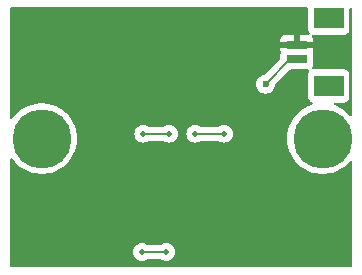
<source format=gbr>
%TF.GenerationSoftware,KiCad,Pcbnew,8.0.2-1*%
%TF.CreationDate,2024-11-11T18:57:46+10:00*%
%TF.ProjectId,ae_emblem_led_pcb,61655f65-6d62-46c6-956d-5f6c65645f70,rev?*%
%TF.SameCoordinates,Original*%
%TF.FileFunction,Copper,L2,Bot*%
%TF.FilePolarity,Positive*%
%FSLAX46Y46*%
G04 Gerber Fmt 4.6, Leading zero omitted, Abs format (unit mm)*
G04 Created by KiCad (PCBNEW 8.0.2-1) date 2024-11-11 18:57:46*
%MOMM*%
%LPD*%
G01*
G04 APERTURE LIST*
%TA.AperFunction,SMDPad,CuDef*%
%ADD10R,1.800000X0.700000*%
%TD*%
%TA.AperFunction,SMDPad,CuDef*%
%ADD11R,2.500000X1.800000*%
%TD*%
%TA.AperFunction,ComponentPad*%
%ADD12C,0.800000*%
%TD*%
%TA.AperFunction,ComponentPad*%
%ADD13C,5.000000*%
%TD*%
%TA.AperFunction,ViaPad*%
%ADD14C,0.600000*%
%TD*%
%TA.AperFunction,ViaPad*%
%ADD15C,0.500000*%
%TD*%
%TA.AperFunction,Conductor*%
%ADD16C,0.200000*%
%TD*%
G04 APERTURE END LIST*
D10*
%TO.P,J1,1,Pin_1*%
%TO.N,GND*%
X154800001Y-74650000D03*
%TO.P,J1,2,Pin_2*%
%TO.N,GPIO21*%
X154800001Y-75900000D03*
D11*
%TO.P,J1,MP*%
%TO.N,N/C*%
X157500000Y-72400000D03*
X157500000Y-78150000D03*
%TD*%
D12*
%TO.P,REF\u002A\u002A,1*%
%TO.N,N/C*%
X155100825Y-82600000D03*
X155650000Y-81274175D03*
X155650000Y-83925825D03*
X156975825Y-80725000D03*
D13*
X156975825Y-82600000D03*
D12*
X156975825Y-84475000D03*
X158301650Y-81274175D03*
X158301650Y-83925825D03*
X158850825Y-82600000D03*
%TD*%
%TO.P,REF\u002A\u002A,1*%
%TO.N,N/C*%
X131325000Y-82600000D03*
X131874175Y-81274175D03*
X131874175Y-83925825D03*
X133200000Y-80725000D03*
D13*
X133200000Y-82600000D03*
D12*
X133200000Y-84475000D03*
X134525825Y-81274175D03*
X134525825Y-83925825D03*
X135075000Y-82600000D03*
%TD*%
D14*
%TO.N,GPIO21*%
X152150000Y-78000000D03*
D15*
X148650000Y-82200000D03*
X143750000Y-92200000D03*
X144000000Y-82200000D03*
X146200000Y-82200000D03*
X141800000Y-82200000D03*
X141700000Y-92200000D03*
%TO.N,GND*%
X139200000Y-85400000D03*
X150540000Y-80550000D03*
X143800000Y-80300000D03*
X143650000Y-73300000D03*
X143900000Y-90500000D03*
X150740000Y-89600000D03*
%TD*%
D16*
%TO.N,GPIO21*%
X143750000Y-92200000D02*
X141700000Y-92200000D01*
X141800000Y-82200000D02*
X144000000Y-82200000D01*
X148650000Y-82200000D02*
X146200000Y-82200000D01*
X154800001Y-75900000D02*
X154250000Y-75900000D01*
X154250000Y-75900000D02*
X152150000Y-78000000D01*
%TD*%
%TA.AperFunction,Conductor*%
%TO.N,GND*%
G36*
X155692539Y-71520185D02*
G01*
X155738294Y-71572989D01*
X155749500Y-71624500D01*
X155749500Y-73347870D01*
X155749501Y-73347876D01*
X155755908Y-73407483D01*
X155806202Y-73542328D01*
X155806204Y-73542331D01*
X155850648Y-73601700D01*
X155875066Y-73667165D01*
X155860215Y-73735438D01*
X155810810Y-73784844D01*
X155751150Y-73798439D01*
X155751150Y-73800000D01*
X155050001Y-73800000D01*
X155050001Y-74400000D01*
X156200001Y-74400000D01*
X156200001Y-74252172D01*
X156200000Y-74252155D01*
X156193599Y-74192627D01*
X156193597Y-74192620D01*
X156143355Y-74057913D01*
X156143353Y-74057910D01*
X156099094Y-73998788D01*
X156074676Y-73933324D01*
X156089527Y-73865051D01*
X156138932Y-73815645D01*
X156198806Y-73802065D01*
X156198806Y-73800500D01*
X156202126Y-73800499D01*
X156202127Y-73800500D01*
X158797872Y-73800499D01*
X158857483Y-73794091D01*
X158992331Y-73743796D01*
X159107546Y-73657546D01*
X159193796Y-73542331D01*
X159244091Y-73407483D01*
X159250500Y-73347873D01*
X159250499Y-71624499D01*
X159270184Y-71557461D01*
X159322987Y-71511706D01*
X159374499Y-71500500D01*
X159375500Y-71500500D01*
X159442539Y-71520185D01*
X159488294Y-71572989D01*
X159499500Y-71624500D01*
X159499500Y-80591050D01*
X159479815Y-80658089D01*
X159427011Y-80703844D01*
X159357853Y-80713788D01*
X159294297Y-80684763D01*
X159280516Y-80670762D01*
X159278238Y-80668048D01*
X159205594Y-80591050D01*
X159038383Y-80413817D01*
X158890313Y-80289572D01*
X158770638Y-80189152D01*
X158770630Y-80189146D01*
X158478621Y-79997088D01*
X158166283Y-79840226D01*
X158166277Y-79840223D01*
X158031095Y-79791021D01*
X157974831Y-79749595D01*
X157949895Y-79684326D01*
X157964205Y-79615937D01*
X158013217Y-79566142D01*
X158073503Y-79550499D01*
X158797872Y-79550499D01*
X158857483Y-79544091D01*
X158992331Y-79493796D01*
X159107546Y-79407546D01*
X159193796Y-79292331D01*
X159244091Y-79157483D01*
X159250500Y-79097873D01*
X159250499Y-77202128D01*
X159244091Y-77142517D01*
X159193796Y-77007669D01*
X159193795Y-77007668D01*
X159193793Y-77007664D01*
X159107547Y-76892455D01*
X159107544Y-76892452D01*
X158992335Y-76806206D01*
X158992328Y-76806202D01*
X158857482Y-76755908D01*
X158857483Y-76755908D01*
X158797883Y-76749501D01*
X158797881Y-76749500D01*
X158797873Y-76749500D01*
X158797865Y-76749500D01*
X156199001Y-76749500D01*
X156131962Y-76729815D01*
X156086207Y-76677011D01*
X156076263Y-76607853D01*
X156099734Y-76551191D01*
X156143797Y-76492331D01*
X156194092Y-76357483D01*
X156200501Y-76297873D01*
X156200500Y-75502128D01*
X156194092Y-75442517D01*
X156147506Y-75317615D01*
X156142523Y-75247927D01*
X156147507Y-75230951D01*
X156193598Y-75107376D01*
X156193599Y-75107372D01*
X156200000Y-75047844D01*
X156200001Y-75047827D01*
X156200001Y-74900000D01*
X153400001Y-74900000D01*
X153400001Y-75047844D01*
X153406402Y-75107372D01*
X153406404Y-75107380D01*
X153452493Y-75230952D01*
X153457477Y-75300644D01*
X153452493Y-75317617D01*
X153405910Y-75442514D01*
X153405909Y-75442516D01*
X153399502Y-75502116D01*
X153399502Y-75502123D01*
X153399501Y-75502135D01*
X153399501Y-75849901D01*
X153379816Y-75916940D01*
X153363182Y-75937582D01*
X152131465Y-77169298D01*
X152070142Y-77202783D01*
X152057668Y-77204837D01*
X151970750Y-77214630D01*
X151800478Y-77274210D01*
X151647737Y-77370184D01*
X151520184Y-77497737D01*
X151424211Y-77650476D01*
X151364631Y-77820745D01*
X151364630Y-77820750D01*
X151344435Y-77999996D01*
X151344435Y-78000003D01*
X151364630Y-78179249D01*
X151364631Y-78179254D01*
X151424211Y-78349523D01*
X151520184Y-78502262D01*
X151647738Y-78629816D01*
X151800478Y-78725789D01*
X151970745Y-78785368D01*
X151970750Y-78785369D01*
X152149996Y-78805565D01*
X152150000Y-78805565D01*
X152150004Y-78805565D01*
X152329249Y-78785369D01*
X152329252Y-78785368D01*
X152329255Y-78785368D01*
X152499522Y-78725789D01*
X152652262Y-78629816D01*
X152779816Y-78502262D01*
X152875789Y-78349522D01*
X152935368Y-78179255D01*
X152945161Y-78092329D01*
X152972226Y-78027918D01*
X152980690Y-78018543D01*
X154212416Y-76786818D01*
X154273739Y-76753333D01*
X154300097Y-76750499D01*
X155750999Y-76750499D01*
X155818038Y-76770184D01*
X155863793Y-76822988D01*
X155873737Y-76892146D01*
X155850266Y-76948810D01*
X155806203Y-77007669D01*
X155806202Y-77007671D01*
X155755908Y-77142517D01*
X155749731Y-77199980D01*
X155749501Y-77202123D01*
X155749500Y-77202135D01*
X155749500Y-79097870D01*
X155749501Y-79097876D01*
X155755908Y-79157483D01*
X155806202Y-79292328D01*
X155806206Y-79292335D01*
X155892452Y-79407544D01*
X155892455Y-79407547D01*
X156007664Y-79493793D01*
X156007673Y-79493798D01*
X156052650Y-79510573D01*
X156108584Y-79552443D01*
X156133002Y-79617907D01*
X156118151Y-79686180D01*
X156068746Y-79735586D01*
X156051729Y-79743277D01*
X155785367Y-79840225D01*
X155785366Y-79840226D01*
X155473028Y-79997088D01*
X155181019Y-80189146D01*
X155181011Y-80189152D01*
X154913267Y-80413817D01*
X154913265Y-80413819D01*
X154673414Y-80668044D01*
X154673409Y-80668050D01*
X154464695Y-80948402D01*
X154289938Y-81251091D01*
X154289932Y-81251104D01*
X154151499Y-81572027D01*
X154051255Y-81906865D01*
X154051253Y-81906872D01*
X153990564Y-82251061D01*
X153990563Y-82251072D01*
X153970240Y-82599996D01*
X153970240Y-82600003D01*
X153990563Y-82948927D01*
X153990564Y-82948938D01*
X154051253Y-83293127D01*
X154051255Y-83293134D01*
X154151499Y-83627972D01*
X154289932Y-83948895D01*
X154289938Y-83948908D01*
X154464695Y-84251597D01*
X154673409Y-84531949D01*
X154673414Y-84531955D01*
X154727568Y-84589354D01*
X154913267Y-84786183D01*
X155089728Y-84934251D01*
X155181011Y-85010847D01*
X155181019Y-85010853D01*
X155473028Y-85202911D01*
X155473032Y-85202913D01*
X155785374Y-85359777D01*
X156113814Y-85479319D01*
X156453911Y-85559923D01*
X156801066Y-85600500D01*
X156801073Y-85600500D01*
X157150577Y-85600500D01*
X157150584Y-85600500D01*
X157497739Y-85559923D01*
X157837836Y-85479319D01*
X158166276Y-85359777D01*
X158478618Y-85202913D01*
X158770636Y-85010849D01*
X159038383Y-84786183D01*
X159278237Y-84531953D01*
X159278236Y-84531953D01*
X159278240Y-84531950D01*
X159280509Y-84529246D01*
X159338679Y-84490542D01*
X159408540Y-84489432D01*
X159467911Y-84526267D01*
X159497942Y-84589354D01*
X159499500Y-84608949D01*
X159499500Y-93375500D01*
X159479815Y-93442539D01*
X159427011Y-93488294D01*
X159375500Y-93499500D01*
X130624500Y-93499500D01*
X130557461Y-93479815D01*
X130511706Y-93427011D01*
X130500500Y-93375500D01*
X130500500Y-92199997D01*
X140944751Y-92199997D01*
X140944751Y-92200002D01*
X140963685Y-92368056D01*
X141019545Y-92527694D01*
X141019547Y-92527697D01*
X141109518Y-92670884D01*
X141109523Y-92670890D01*
X141229109Y-92790476D01*
X141229115Y-92790481D01*
X141372302Y-92880452D01*
X141372305Y-92880454D01*
X141372309Y-92880455D01*
X141372310Y-92880456D01*
X141444913Y-92905860D01*
X141531943Y-92936314D01*
X141699997Y-92955249D01*
X141700000Y-92955249D01*
X141700003Y-92955249D01*
X141868056Y-92936314D01*
X141868059Y-92936313D01*
X142027690Y-92880456D01*
X142124691Y-92819505D01*
X142190663Y-92800500D01*
X143259337Y-92800500D01*
X143325308Y-92819505D01*
X143422310Y-92880456D01*
X143543621Y-92922904D01*
X143581943Y-92936314D01*
X143749997Y-92955249D01*
X143750000Y-92955249D01*
X143750003Y-92955249D01*
X143918056Y-92936314D01*
X143918059Y-92936313D01*
X144077690Y-92880456D01*
X144077692Y-92880454D01*
X144077694Y-92880454D01*
X144077697Y-92880452D01*
X144220884Y-92790481D01*
X144220885Y-92790480D01*
X144220890Y-92790477D01*
X144340477Y-92670890D01*
X144430452Y-92527697D01*
X144430454Y-92527694D01*
X144430454Y-92527692D01*
X144430456Y-92527690D01*
X144486313Y-92368059D01*
X144486313Y-92368058D01*
X144486314Y-92368056D01*
X144505249Y-92200002D01*
X144505249Y-92199997D01*
X144486314Y-92031943D01*
X144430454Y-91872305D01*
X144430452Y-91872302D01*
X144340481Y-91729115D01*
X144340476Y-91729109D01*
X144220890Y-91609523D01*
X144220884Y-91609518D01*
X144077697Y-91519547D01*
X144077694Y-91519545D01*
X143918056Y-91463685D01*
X143750003Y-91444751D01*
X143749997Y-91444751D01*
X143581943Y-91463685D01*
X143422307Y-91519545D01*
X143325309Y-91580494D01*
X143259337Y-91599500D01*
X142190663Y-91599500D01*
X142124691Y-91580494D01*
X142027692Y-91519545D01*
X142027691Y-91519544D01*
X142027690Y-91519544D01*
X141989370Y-91506135D01*
X141868056Y-91463685D01*
X141700003Y-91444751D01*
X141699997Y-91444751D01*
X141531943Y-91463685D01*
X141372305Y-91519545D01*
X141372302Y-91519547D01*
X141229115Y-91609518D01*
X141229109Y-91609523D01*
X141109523Y-91729109D01*
X141109518Y-91729115D01*
X141019547Y-91872302D01*
X141019545Y-91872305D01*
X140963685Y-92031943D01*
X140944751Y-92199997D01*
X130500500Y-92199997D01*
X130500500Y-84372782D01*
X130520185Y-84305743D01*
X130572989Y-84259988D01*
X130642147Y-84250044D01*
X130705703Y-84279069D01*
X130723963Y-84298735D01*
X130897578Y-84531941D01*
X130897589Y-84531955D01*
X130951743Y-84589354D01*
X131137442Y-84786183D01*
X131313903Y-84934251D01*
X131405186Y-85010847D01*
X131405194Y-85010853D01*
X131697203Y-85202911D01*
X131697207Y-85202913D01*
X132009549Y-85359777D01*
X132337989Y-85479319D01*
X132678086Y-85559923D01*
X133025241Y-85600500D01*
X133025248Y-85600500D01*
X133374752Y-85600500D01*
X133374759Y-85600500D01*
X133721914Y-85559923D01*
X134062011Y-85479319D01*
X134390451Y-85359777D01*
X134702793Y-85202913D01*
X134994811Y-85010849D01*
X135262558Y-84786183D01*
X135502412Y-84531953D01*
X135711130Y-84251596D01*
X135885889Y-83948904D01*
X136024326Y-83627971D01*
X136124569Y-83293136D01*
X136185262Y-82948927D01*
X136205585Y-82600000D01*
X136185262Y-82251073D01*
X136176256Y-82199997D01*
X141044751Y-82199997D01*
X141044751Y-82200002D01*
X141063685Y-82368056D01*
X141119545Y-82527694D01*
X141119547Y-82527697D01*
X141209518Y-82670884D01*
X141209523Y-82670890D01*
X141329109Y-82790476D01*
X141329115Y-82790481D01*
X141472302Y-82880452D01*
X141472305Y-82880454D01*
X141472309Y-82880455D01*
X141472310Y-82880456D01*
X141544913Y-82905860D01*
X141631943Y-82936314D01*
X141799997Y-82955249D01*
X141800000Y-82955249D01*
X141800003Y-82955249D01*
X141968056Y-82936314D01*
X141968059Y-82936313D01*
X142127690Y-82880456D01*
X142224691Y-82819505D01*
X142290663Y-82800500D01*
X143509337Y-82800500D01*
X143575308Y-82819505D01*
X143672310Y-82880456D01*
X143793621Y-82922904D01*
X143831943Y-82936314D01*
X143999997Y-82955249D01*
X144000000Y-82955249D01*
X144000003Y-82955249D01*
X144168056Y-82936314D01*
X144168059Y-82936313D01*
X144327690Y-82880456D01*
X144327692Y-82880454D01*
X144327694Y-82880454D01*
X144327697Y-82880452D01*
X144470884Y-82790481D01*
X144470885Y-82790480D01*
X144470890Y-82790477D01*
X144590477Y-82670890D01*
X144590481Y-82670884D01*
X144680452Y-82527697D01*
X144680454Y-82527694D01*
X144680454Y-82527692D01*
X144680456Y-82527690D01*
X144736313Y-82368059D01*
X144736313Y-82368058D01*
X144736314Y-82368056D01*
X144755249Y-82200002D01*
X144755249Y-82199997D01*
X145444751Y-82199997D01*
X145444751Y-82200002D01*
X145463685Y-82368056D01*
X145519545Y-82527694D01*
X145519547Y-82527697D01*
X145609518Y-82670884D01*
X145609523Y-82670890D01*
X145729109Y-82790476D01*
X145729115Y-82790481D01*
X145872302Y-82880452D01*
X145872305Y-82880454D01*
X145872309Y-82880455D01*
X145872310Y-82880456D01*
X145944913Y-82905860D01*
X146031943Y-82936314D01*
X146199997Y-82955249D01*
X146200000Y-82955249D01*
X146200003Y-82955249D01*
X146368056Y-82936314D01*
X146368059Y-82936313D01*
X146527690Y-82880456D01*
X146624691Y-82819505D01*
X146690663Y-82800500D01*
X148159337Y-82800500D01*
X148225308Y-82819505D01*
X148322310Y-82880456D01*
X148443621Y-82922904D01*
X148481943Y-82936314D01*
X148649997Y-82955249D01*
X148650000Y-82955249D01*
X148650003Y-82955249D01*
X148818056Y-82936314D01*
X148818059Y-82936313D01*
X148977690Y-82880456D01*
X148977692Y-82880454D01*
X148977694Y-82880454D01*
X148977697Y-82880452D01*
X149120884Y-82790481D01*
X149120885Y-82790480D01*
X149120890Y-82790477D01*
X149240477Y-82670890D01*
X149240481Y-82670884D01*
X149330452Y-82527697D01*
X149330454Y-82527694D01*
X149330454Y-82527692D01*
X149330456Y-82527690D01*
X149386313Y-82368059D01*
X149386313Y-82368058D01*
X149386314Y-82368056D01*
X149405249Y-82200002D01*
X149405249Y-82199997D01*
X149386314Y-82031943D01*
X149330454Y-81872305D01*
X149330452Y-81872302D01*
X149240481Y-81729115D01*
X149240476Y-81729109D01*
X149120890Y-81609523D01*
X149120884Y-81609518D01*
X148977697Y-81519547D01*
X148977694Y-81519545D01*
X148818056Y-81463685D01*
X148650003Y-81444751D01*
X148649997Y-81444751D01*
X148481943Y-81463685D01*
X148322307Y-81519545D01*
X148225309Y-81580494D01*
X148159337Y-81599500D01*
X146690663Y-81599500D01*
X146624691Y-81580494D01*
X146527692Y-81519545D01*
X146527691Y-81519544D01*
X146527690Y-81519544D01*
X146489370Y-81506135D01*
X146368056Y-81463685D01*
X146200003Y-81444751D01*
X146199997Y-81444751D01*
X146031943Y-81463685D01*
X145872305Y-81519545D01*
X145872302Y-81519547D01*
X145729115Y-81609518D01*
X145729109Y-81609523D01*
X145609523Y-81729109D01*
X145609518Y-81729115D01*
X145519547Y-81872302D01*
X145519545Y-81872305D01*
X145463685Y-82031943D01*
X145444751Y-82199997D01*
X144755249Y-82199997D01*
X144736314Y-82031943D01*
X144680454Y-81872305D01*
X144680452Y-81872302D01*
X144590481Y-81729115D01*
X144590476Y-81729109D01*
X144470890Y-81609523D01*
X144470884Y-81609518D01*
X144327697Y-81519547D01*
X144327694Y-81519545D01*
X144168056Y-81463685D01*
X144000003Y-81444751D01*
X143999997Y-81444751D01*
X143831943Y-81463685D01*
X143672307Y-81519545D01*
X143575309Y-81580494D01*
X143509337Y-81599500D01*
X142290663Y-81599500D01*
X142224691Y-81580494D01*
X142127692Y-81519545D01*
X142127691Y-81519544D01*
X142127690Y-81519544D01*
X142089370Y-81506135D01*
X141968056Y-81463685D01*
X141800003Y-81444751D01*
X141799997Y-81444751D01*
X141631943Y-81463685D01*
X141472305Y-81519545D01*
X141472302Y-81519547D01*
X141329115Y-81609518D01*
X141329109Y-81609523D01*
X141209523Y-81729109D01*
X141209518Y-81729115D01*
X141119547Y-81872302D01*
X141119545Y-81872305D01*
X141063685Y-82031943D01*
X141044751Y-82199997D01*
X136176256Y-82199997D01*
X136146624Y-82031943D01*
X136124571Y-81906872D01*
X136124569Y-81906865D01*
X136114224Y-81872310D01*
X136024326Y-81572029D01*
X135885889Y-81251096D01*
X135711130Y-80948404D01*
X135711129Y-80948402D01*
X135502415Y-80668050D01*
X135502410Y-80668044D01*
X135386433Y-80545117D01*
X135262558Y-80413817D01*
X135114488Y-80289572D01*
X134994813Y-80189152D01*
X134994805Y-80189146D01*
X134702796Y-79997088D01*
X134390458Y-79840226D01*
X134390452Y-79840223D01*
X134062012Y-79720681D01*
X134062009Y-79720680D01*
X133721915Y-79640077D01*
X133678519Y-79635004D01*
X133374759Y-79599500D01*
X133025241Y-79599500D01*
X132721480Y-79635004D01*
X132678085Y-79640077D01*
X132678083Y-79640077D01*
X132337990Y-79720680D01*
X132337987Y-79720681D01*
X132009547Y-79840223D01*
X132009541Y-79840226D01*
X131697203Y-79997088D01*
X131405194Y-80189146D01*
X131405186Y-80189152D01*
X131137442Y-80413817D01*
X131137440Y-80413819D01*
X130897589Y-80668044D01*
X130897584Y-80668050D01*
X130723963Y-80901265D01*
X130668141Y-80943284D01*
X130598462Y-80948452D01*
X130537051Y-80915130D01*
X130503404Y-80853895D01*
X130500500Y-80827217D01*
X130500500Y-74252155D01*
X153400001Y-74252155D01*
X153400001Y-74400000D01*
X154550001Y-74400000D01*
X154550001Y-73800000D01*
X153852156Y-73800000D01*
X153792628Y-73806401D01*
X153792621Y-73806403D01*
X153657914Y-73856645D01*
X153657907Y-73856649D01*
X153542813Y-73942809D01*
X153542810Y-73942812D01*
X153456650Y-74057906D01*
X153456646Y-74057913D01*
X153406404Y-74192620D01*
X153406402Y-74192627D01*
X153400001Y-74252155D01*
X130500500Y-74252155D01*
X130500500Y-71624500D01*
X130520185Y-71557461D01*
X130572989Y-71511706D01*
X130624500Y-71500500D01*
X155625500Y-71500500D01*
X155692539Y-71520185D01*
G37*
%TD.AperFunction*%
%TD*%
M02*

</source>
